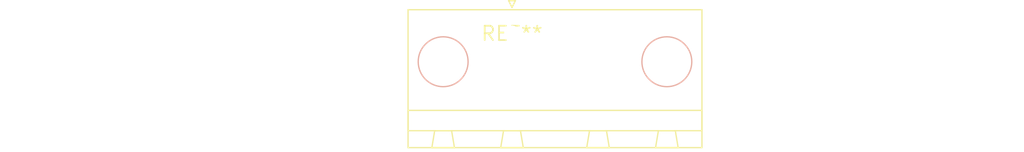
<source format=kicad_pcb>
(kicad_pcb (version 20240108) (generator pcbnew)
  (layers (0 "F.Cu" signal) (31 "B.Cu" signal) (34 "B.Paste" user) (35 "F.Paste" user) (36 "B.SilkS" user "B.Silkscreen") (37 "F.SilkS" user "F.Silkscreen") (38 "B.Mask" user) (39 "F.Mask" user) (44 "Edge.Cuts" user))
  (net 0 "")
  (footprint "PhoenixContact_GMSTB_2,5_2-GF-7,62_1x02_P7.62mm_Horizontal_ThreadedFlange_MountHole" (layer "F.Cu") (at 0 0)
    (property "Reference" "REF**")
    (property "Value" "PhoenixContact_GMSTB_2,5_2-GF-7,62_1x02_P7.62mm_Horizontal_ThreadedFlange_MountHole")
    (fp_circle (center -6.1 2.5) (end -3.89 2.5) (layer "B.SilkS") (stroke (width 0.12)) (fill none))
    (fp_circle (center 13.72 2.5) (end 15.93 2.5) (layer "B.SilkS") (stroke (width 0.12)) (fill none))
    (fp_line (start -9.21 -2.11) (end -9.21 10.11) (layer "F.SilkS") (stroke (width 0.12)))
    (fp_line (start -9.21 6.81) (end 16.83 6.81) (layer "F.SilkS") (stroke (width 0.12)))
    (fp_line (start -9.21 8.61) (end -9.21 6.81) (layer "F.SilkS") (stroke (width 0.12)))
    (fp_line (start -9.21 10.11) (end 16.83 10.11) (layer "F.SilkS") (stroke (width 0.12)))
    (fp_line (start -7.1 10.11) (end -5.1 10.11) (layer "F.SilkS") (stroke (width 0.12)))
    (fp_line (start -6.85 8.61) (end -7.1 10.11) (layer "F.SilkS") (stroke (width 0.12)))
    (fp_line (start -5.35 8.61) (end -6.85 8.61) (layer "F.SilkS") (stroke (width 0.12)))
    (fp_line (start -5.1 10.11) (end -5.35 8.61) (layer "F.SilkS") (stroke (width 0.12)))
    (fp_line (start -1 10.11) (end 1 10.11) (layer "F.SilkS") (stroke (width 0.12)))
    (fp_line (start -0.75 8.61) (end -1 10.11) (layer "F.SilkS") (stroke (width 0.12)))
    (fp_line (start -0.3 -2.91) (end 0.3 -2.91) (layer "F.SilkS") (stroke (width 0.12)))
    (fp_line (start 0 -2.31) (end -0.3 -2.91) (layer "F.SilkS") (stroke (width 0.12)))
    (fp_line (start 0.3 -2.91) (end 0 -2.31) (layer "F.SilkS") (stroke (width 0.12)))
    (fp_line (start 0.75 8.61) (end -0.75 8.61) (layer "F.SilkS") (stroke (width 0.12)))
    (fp_line (start 1 10.11) (end 0.75 8.61) (layer "F.SilkS") (stroke (width 0.12)))
    (fp_line (start 6.62 10.11) (end 8.62 10.11) (layer "F.SilkS") (stroke (width 0.12)))
    (fp_line (start 6.87 8.61) (end 6.62 10.11) (layer "F.SilkS") (stroke (width 0.12)))
    (fp_line (start 8.37 8.61) (end 6.87 8.61) (layer "F.SilkS") (stroke (width 0.12)))
    (fp_line (start 8.62 10.11) (end 8.37 8.61) (layer "F.SilkS") (stroke (width 0.12)))
    (fp_line (start 12.72 10.11) (end 14.72 10.11) (layer "F.SilkS") (stroke (width 0.12)))
    (fp_line (start 12.97 8.61) (end 12.72 10.11) (layer "F.SilkS") (stroke (width 0.12)))
    (fp_line (start 14.47 8.61) (end 12.97 8.61) (layer "F.SilkS") (stroke (width 0.12)))
    (fp_line (start 14.72 10.11) (end 14.47 8.61) (layer "F.SilkS") (stroke (width 0.12)))
    (fp_line (start 16.83 -2.11) (end -9.21 -2.11) (layer "F.SilkS") (stroke (width 0.12)))
    (fp_line (start 16.83 6.81) (end 16.83 8.61) (layer "F.SilkS") (stroke (width 0.12)))
    (fp_line (start 16.83 8.61) (end -9.21 8.61) (layer "F.SilkS") (stroke (width 0.12)))
    (fp_line (start 16.83 10.11) (end 16.83 -2.11) (layer "F.SilkS") (stroke (width 0.12)))
    (pad "" np_thru_hole circle (at -6.1 2.5) (size 2.4 2.4) (drill 2.4) (layers *.Cu *.Mask))
    (pad "" np_thru_hole circle (at 13.72 2.5) (size 2.4 2.4) (drill 2.4) (layers *.Cu *.Mask))
    (pad "1" thru_hole roundrect (at 0 0) (size 2.1 3.6) (drill 1.4) (layers *.Cu *.Mask) (remove_unused_layers) (roundrect_rratio 0.119048))
    (pad "2" thru_hole oval (at 7.62 0) (size 2.1 3.6) (drill 1.4) (layers *.Cu *.Mask) (remove_unused_layers))
  )
)
</source>
